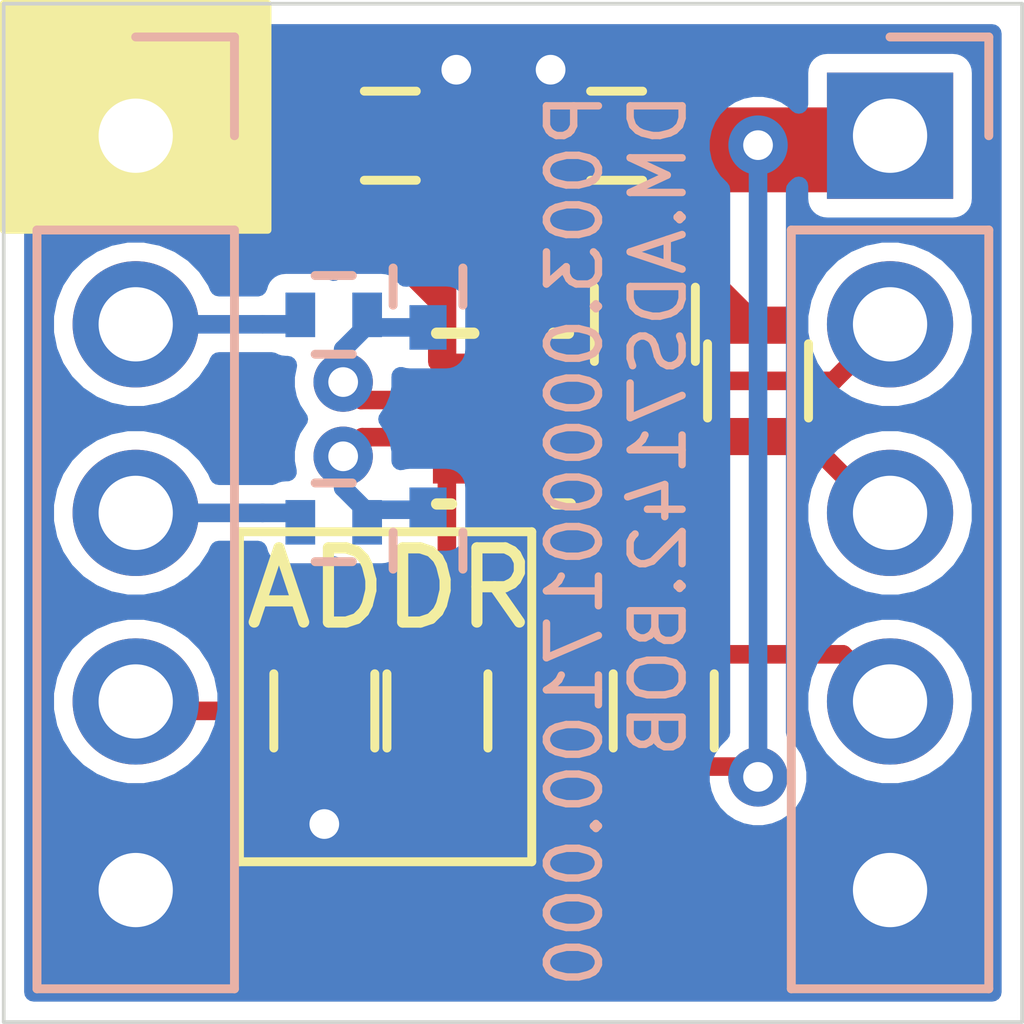
<source format=kicad_pcb>
(kicad_pcb (version 20171130) (host pcbnew "(5.1.6-14-g3ac0951e1-dirty)")

  (general
    (thickness 1.6)
    (drawings 11)
    (tracks 60)
    (zones 0)
    (modules 14)
    (nets 13)
  )

  (page A4)
  (layers
    (0 F.Cu signal)
    (31 B.Cu signal)
    (32 B.Adhes user)
    (33 F.Adhes user)
    (34 B.Paste user)
    (35 F.Paste user)
    (36 B.SilkS user)
    (37 F.SilkS user)
    (38 B.Mask user)
    (39 F.Mask user)
    (40 Dwgs.User user)
    (41 Cmts.User user)
    (42 Eco1.User user)
    (43 Eco2.User user)
    (44 Edge.Cuts user)
    (45 Margin user)
    (46 B.CrtYd user hide)
    (47 F.CrtYd user hide)
    (48 B.Fab user hide)
    (49 F.Fab user hide)
  )

  (setup
    (last_trace_width 0.25)
    (user_trace_width 0.175)
    (user_trace_width 0.2)
    (user_trace_width 0.25)
    (user_trace_width 0.28)
    (user_trace_width 0.35)
    (user_trace_width 0.5)
    (user_trace_width 0.75)
    (user_trace_width 1)
    (trace_clearance 0.2)
    (zone_clearance 0.25)
    (zone_45_only yes)
    (trace_min 0.175)
    (via_size 0.8)
    (via_drill 0.4)
    (via_min_size 0.4)
    (via_min_drill 0.3)
    (user_via 1 0.6)
    (user_via 1.5 1)
    (uvia_size 0.3)
    (uvia_drill 0.1)
    (uvias_allowed no)
    (uvia_min_size 0.2)
    (uvia_min_drill 0.1)
    (edge_width 0.05)
    (segment_width 0.2)
    (pcb_text_width 0.3)
    (pcb_text_size 1.5 1.5)
    (mod_edge_width 0.12)
    (mod_text_size 1 1)
    (mod_text_width 0.15)
    (pad_size 1.524 1.524)
    (pad_drill 0.762)
    (pad_to_mask_clearance 0.05)
    (solder_mask_min_width 0.25)
    (aux_axis_origin 0 0)
    (visible_elements 7FFFFFFF)
    (pcbplotparams
      (layerselection 0x310fc_ffffffff)
      (usegerberextensions false)
      (usegerberattributes false)
      (usegerberadvancedattributes false)
      (creategerberjobfile false)
      (excludeedgelayer true)
      (linewidth 0.100000)
      (plotframeref false)
      (viasonmask false)
      (mode 1)
      (useauxorigin false)
      (hpglpennumber 1)
      (hpglpenspeed 20)
      (hpglpendiameter 15.000000)
      (psnegative false)
      (psa4output false)
      (plotreference true)
      (plotvalue true)
      (plotinvisibletext false)
      (padsonsilk false)
      (subtractmaskfromsilk false)
      (outputformat 1)
      (mirror false)
      (drillshape 0)
      (scaleselection 1)
      (outputdirectory "production"))
  )

  (net 0 "")
  (net 1 GND)
  (net 2 "Net-(C1001-Pad1)")
  (net 3 "Net-(C1002-Pad1)")
  (net 4 VDDA)
  (net 5 VDD)
  (net 6 "Net-(R1006-Pad2)")
  (net 7 /AIN0)
  (net 8 /AIN1)
  (net 9 /~RDY)
  (net 10 /SCL)
  (net 11 /SDA)
  (net 12 /~ALERT)

  (net_class Default "This is the default net class."
    (clearance 0.2)
    (trace_width 0.25)
    (via_dia 0.8)
    (via_drill 0.4)
    (uvia_dia 0.3)
    (uvia_drill 0.1)
    (add_net /AIN0)
    (add_net /AIN1)
    (add_net /SCL)
    (add_net /SDA)
    (add_net /~ALERT)
    (add_net /~RDY)
    (add_net GND)
    (add_net "Net-(C1001-Pad1)")
    (add_net "Net-(C1002-Pad1)")
    (add_net "Net-(R1006-Pad2)")
    (add_net VDD)
    (add_net VDDA)
  )

  (module Resistors_SMD:R_0603 (layer F.Cu) (tedit 58E0A804) (tstamp 606EE9A8)
    (at 134.112 83.82 90)
    (descr "Resistor SMD 0603, reflow soldering, Vishay (see dcrcw.pdf)")
    (tags "resistor 0603")
    (path /607062D6)
    (attr smd)
    (fp_text reference R1005 (at 0 -1.45 90) (layer F.SilkS) hide
      (effects (font (size 1 1) (thickness 0.15)))
    )
    (fp_text value "10k / 1%" (at 0 1.5 90) (layer F.Fab)
      (effects (font (size 1 1) (thickness 0.15)))
    )
    (fp_line (start 1.25 0.7) (end -1.25 0.7) (layer F.CrtYd) (width 0.05))
    (fp_line (start 1.25 0.7) (end 1.25 -0.7) (layer F.CrtYd) (width 0.05))
    (fp_line (start -1.25 -0.7) (end -1.25 0.7) (layer F.CrtYd) (width 0.05))
    (fp_line (start -1.25 -0.7) (end 1.25 -0.7) (layer F.CrtYd) (width 0.05))
    (fp_line (start -0.5 -0.68) (end 0.5 -0.68) (layer F.SilkS) (width 0.12))
    (fp_line (start 0.5 0.68) (end -0.5 0.68) (layer F.SilkS) (width 0.12))
    (fp_line (start -0.8 -0.4) (end 0.8 -0.4) (layer F.Fab) (width 0.1))
    (fp_line (start 0.8 -0.4) (end 0.8 0.4) (layer F.Fab) (width 0.1))
    (fp_line (start 0.8 0.4) (end -0.8 0.4) (layer F.Fab) (width 0.1))
    (fp_line (start -0.8 0.4) (end -0.8 -0.4) (layer F.Fab) (width 0.1))
    (fp_text user %R (at 0 0 90) (layer F.Fab)
      (effects (font (size 0.4 0.4) (thickness 0.075)))
    )
    (pad 1 smd rect (at -0.75 0 90) (size 0.5 0.9) (layers F.Cu F.Paste F.Mask)
      (net 5 VDD))
    (pad 2 smd rect (at 0.75 0 90) (size 0.5 0.9) (layers F.Cu F.Paste F.Mask)
      (net 12 /~ALERT))
    (model ${KISYS3DMOD}/Resistors_SMD.3dshapes/R_0603.wrl
      (at (xyz 0 0 0))
      (scale (xyz 1 1 1))
      (rotate (xyz 0 0 0))
    )
  )

  (module Resistors_SMD:R_0603 (layer F.Cu) (tedit 58E0A804) (tstamp 606EE9A5)
    (at 135.382 79.375 270)
    (descr "Resistor SMD 0603, reflow soldering, Vishay (see dcrcw.pdf)")
    (tags "resistor 0603")
    (path /607058E5)
    (attr smd)
    (fp_text reference R1004 (at 0 -1.45 90) (layer F.SilkS) hide
      (effects (font (size 1 1) (thickness 0.15)))
    )
    (fp_text value "3.3k / 1%" (at 0 1.5 90) (layer F.Fab)
      (effects (font (size 1 1) (thickness 0.15)))
    )
    (fp_line (start 1.25 0.7) (end -1.25 0.7) (layer F.CrtYd) (width 0.05))
    (fp_line (start 1.25 0.7) (end 1.25 -0.7) (layer F.CrtYd) (width 0.05))
    (fp_line (start -1.25 -0.7) (end -1.25 0.7) (layer F.CrtYd) (width 0.05))
    (fp_line (start -1.25 -0.7) (end 1.25 -0.7) (layer F.CrtYd) (width 0.05))
    (fp_line (start -0.5 -0.68) (end 0.5 -0.68) (layer F.SilkS) (width 0.12))
    (fp_line (start 0.5 0.68) (end -0.5 0.68) (layer F.SilkS) (width 0.12))
    (fp_line (start -0.8 -0.4) (end 0.8 -0.4) (layer F.Fab) (width 0.1))
    (fp_line (start 0.8 -0.4) (end 0.8 0.4) (layer F.Fab) (width 0.1))
    (fp_line (start 0.8 0.4) (end -0.8 0.4) (layer F.Fab) (width 0.1))
    (fp_line (start -0.8 0.4) (end -0.8 -0.4) (layer F.Fab) (width 0.1))
    (fp_text user %R (at 0 0 90) (layer F.Fab)
      (effects (font (size 0.4 0.4) (thickness 0.075)))
    )
    (pad 1 smd rect (at -0.75 0 270) (size 0.5 0.9) (layers F.Cu F.Paste F.Mask)
      (net 5 VDD))
    (pad 2 smd rect (at 0.75 0 270) (size 0.5 0.9) (layers F.Cu F.Paste F.Mask)
      (net 11 /SDA))
    (model ${KISYS3DMOD}/Resistors_SMD.3dshapes/R_0603.wrl
      (at (xyz 0 0 0))
      (scale (xyz 1 1 1))
      (rotate (xyz 0 0 0))
    )
  )

  (module Resistors_SMD:R_0603 (layer F.Cu) (tedit 58E0A804) (tstamp 606EE9A2)
    (at 133.858 78.613 270)
    (descr "Resistor SMD 0603, reflow soldering, Vishay (see dcrcw.pdf)")
    (tags "resistor 0603")
    (path /60704E77)
    (attr smd)
    (fp_text reference R1003 (at 0 -1.45 90) (layer F.SilkS) hide
      (effects (font (size 1 1) (thickness 0.15)))
    )
    (fp_text value "3.3k / 1%" (at 0 1.5 90) (layer F.Fab)
      (effects (font (size 1 1) (thickness 0.15)))
    )
    (fp_line (start 1.25 0.7) (end -1.25 0.7) (layer F.CrtYd) (width 0.05))
    (fp_line (start 1.25 0.7) (end 1.25 -0.7) (layer F.CrtYd) (width 0.05))
    (fp_line (start -1.25 -0.7) (end -1.25 0.7) (layer F.CrtYd) (width 0.05))
    (fp_line (start -1.25 -0.7) (end 1.25 -0.7) (layer F.CrtYd) (width 0.05))
    (fp_line (start -0.5 -0.68) (end 0.5 -0.68) (layer F.SilkS) (width 0.12))
    (fp_line (start 0.5 0.68) (end -0.5 0.68) (layer F.SilkS) (width 0.12))
    (fp_line (start -0.8 -0.4) (end 0.8 -0.4) (layer F.Fab) (width 0.1))
    (fp_line (start 0.8 -0.4) (end 0.8 0.4) (layer F.Fab) (width 0.1))
    (fp_line (start 0.8 0.4) (end -0.8 0.4) (layer F.Fab) (width 0.1))
    (fp_line (start -0.8 0.4) (end -0.8 -0.4) (layer F.Fab) (width 0.1))
    (fp_text user %R (at 0 0 90) (layer F.Fab)
      (effects (font (size 0.4 0.4) (thickness 0.075)))
    )
    (pad 1 smd rect (at -0.75 0 270) (size 0.5 0.9) (layers F.Cu F.Paste F.Mask)
      (net 5 VDD))
    (pad 2 smd rect (at 0.75 0 270) (size 0.5 0.9) (layers F.Cu F.Paste F.Mask)
      (net 10 /SCL))
    (model ${KISYS3DMOD}/Resistors_SMD.3dshapes/R_0603.wrl
      (at (xyz 0 0 0))
      (scale (xyz 1 1 1))
      (rotate (xyz 0 0 0))
    )
  )

  (module Resistors_SMD:R_0402 (layer B.Cu) (tedit 58E0A804) (tstamp 606EE99F)
    (at 129.667 81.28)
    (descr "Resistor SMD 0402, reflow soldering, Vishay (see dcrcw.pdf)")
    (tags "resistor 0402")
    (path /6070015B)
    (attr smd)
    (fp_text reference R1002 (at 0 1.35) (layer B.SilkS) hide
      (effects (font (size 1 1) (thickness 0.15)) (justify mirror))
    )
    (fp_text value "1k / 1%" (at 0 -1.45) (layer B.Fab)
      (effects (font (size 1 1) (thickness 0.15)) (justify mirror))
    )
    (fp_line (start 0.8 -0.45) (end -0.8 -0.45) (layer B.CrtYd) (width 0.05))
    (fp_line (start 0.8 -0.45) (end 0.8 0.45) (layer B.CrtYd) (width 0.05))
    (fp_line (start -0.8 0.45) (end -0.8 -0.45) (layer B.CrtYd) (width 0.05))
    (fp_line (start -0.8 0.45) (end 0.8 0.45) (layer B.CrtYd) (width 0.05))
    (fp_line (start -0.25 -0.53) (end 0.25 -0.53) (layer B.SilkS) (width 0.12))
    (fp_line (start 0.25 0.53) (end -0.25 0.53) (layer B.SilkS) (width 0.12))
    (fp_line (start -0.5 0.25) (end 0.5 0.25) (layer B.Fab) (width 0.1))
    (fp_line (start 0.5 0.25) (end 0.5 -0.25) (layer B.Fab) (width 0.1))
    (fp_line (start 0.5 -0.25) (end -0.5 -0.25) (layer B.Fab) (width 0.1))
    (fp_line (start -0.5 -0.25) (end -0.5 0.25) (layer B.Fab) (width 0.1))
    (fp_text user %R (at 0 1.35) (layer B.Fab)
      (effects (font (size 1 1) (thickness 0.15)) (justify mirror))
    )
    (pad 1 smd rect (at -0.45 0) (size 0.4 0.6) (layers B.Cu B.Paste B.Mask)
      (net 8 /AIN1))
    (pad 2 smd rect (at 0.45 0) (size 0.4 0.6) (layers B.Cu B.Paste B.Mask)
      (net 3 "Net-(C1002-Pad1)"))
    (model ${KISYS3DMOD}/Resistors_SMD.3dshapes/R_0402.wrl
      (at (xyz 0 0 0))
      (scale (xyz 1 1 1))
      (rotate (xyz 0 0 0))
    )
  )

  (module Resistors_SMD:R_0402 (layer B.Cu) (tedit 58E0A804) (tstamp 606EF374)
    (at 129.667 78.486)
    (descr "Resistor SMD 0402, reflow soldering, Vishay (see dcrcw.pdf)")
    (tags "resistor 0402")
    (path /606F21D7)
    (attr smd)
    (fp_text reference R1001 (at 0 1.35) (layer B.SilkS) hide
      (effects (font (size 1 1) (thickness 0.15)) (justify mirror))
    )
    (fp_text value "1k / 1%" (at 0 -1.45) (layer B.Fab)
      (effects (font (size 1 1) (thickness 0.15)) (justify mirror))
    )
    (fp_line (start 0.8 -0.45) (end -0.8 -0.45) (layer B.CrtYd) (width 0.05))
    (fp_line (start 0.8 -0.45) (end 0.8 0.45) (layer B.CrtYd) (width 0.05))
    (fp_line (start -0.8 0.45) (end -0.8 -0.45) (layer B.CrtYd) (width 0.05))
    (fp_line (start -0.8 0.45) (end 0.8 0.45) (layer B.CrtYd) (width 0.05))
    (fp_line (start -0.25 -0.53) (end 0.25 -0.53) (layer B.SilkS) (width 0.12))
    (fp_line (start 0.25 0.53) (end -0.25 0.53) (layer B.SilkS) (width 0.12))
    (fp_line (start -0.5 0.25) (end 0.5 0.25) (layer B.Fab) (width 0.1))
    (fp_line (start 0.5 0.25) (end 0.5 -0.25) (layer B.Fab) (width 0.1))
    (fp_line (start 0.5 -0.25) (end -0.5 -0.25) (layer B.Fab) (width 0.1))
    (fp_line (start -0.5 -0.25) (end -0.5 0.25) (layer B.Fab) (width 0.1))
    (fp_text user %R (at 0 1.35) (layer B.Fab)
      (effects (font (size 1 1) (thickness 0.15)) (justify mirror))
    )
    (pad 1 smd rect (at -0.45 0) (size 0.4 0.6) (layers B.Cu B.Paste B.Mask)
      (net 7 /AIN0))
    (pad 2 smd rect (at 0.45 0) (size 0.4 0.6) (layers B.Cu B.Paste B.Mask)
      (net 2 "Net-(C1001-Pad1)"))
    (model ${KISYS3DMOD}/Resistors_SMD.3dshapes/R_0402.wrl
      (at (xyz 0 0 0))
      (scale (xyz 1 1 1))
      (rotate (xyz 0 0 0))
    )
  )

  (module Capacitors_SMD:C_0402 locked (layer B.Cu) (tedit 58AA841A) (tstamp 606EE98D)
    (at 130.937 81.661 270)
    (descr "Capacitor SMD 0402, reflow soldering, AVX (see smccp.pdf)")
    (tags "capacitor 0402")
    (path /60701819)
    (attr smd)
    (fp_text reference C1002 (at 0 1.27 90) (layer B.SilkS) hide
      (effects (font (size 1 1) (thickness 0.15)) (justify mirror))
    )
    (fp_text value "470p / X7R / 16V" (at 0 -1.27 90) (layer B.Fab)
      (effects (font (size 1 1) (thickness 0.15)) (justify mirror))
    )
    (fp_line (start 1 -0.4) (end -1 -0.4) (layer B.CrtYd) (width 0.05))
    (fp_line (start 1 -0.4) (end 1 0.4) (layer B.CrtYd) (width 0.05))
    (fp_line (start -1 0.4) (end -1 -0.4) (layer B.CrtYd) (width 0.05))
    (fp_line (start -1 0.4) (end 1 0.4) (layer B.CrtYd) (width 0.05))
    (fp_line (start -0.25 -0.47) (end 0.25 -0.47) (layer B.SilkS) (width 0.12))
    (fp_line (start 0.25 0.47) (end -0.25 0.47) (layer B.SilkS) (width 0.12))
    (fp_line (start -0.5 0.25) (end 0.5 0.25) (layer B.Fab) (width 0.1))
    (fp_line (start 0.5 0.25) (end 0.5 -0.25) (layer B.Fab) (width 0.1))
    (fp_line (start 0.5 -0.25) (end -0.5 -0.25) (layer B.Fab) (width 0.1))
    (fp_line (start -0.5 -0.25) (end -0.5 0.25) (layer B.Fab) (width 0.1))
    (fp_text user %R (at 0 1.27 90) (layer B.Fab)
      (effects (font (size 1 1) (thickness 0.15)) (justify mirror))
    )
    (pad 1 smd rect (at -0.55 0 270) (size 0.6 0.5) (layers B.Cu B.Paste B.Mask)
      (net 3 "Net-(C1002-Pad1)"))
    (pad 2 smd rect (at 0.55 0 270) (size 0.6 0.5) (layers B.Cu B.Paste B.Mask)
      (net 1 GND))
    (model Capacitors_SMD.3dshapes/C_0402.wrl
      (at (xyz 0 0 0))
      (scale (xyz 1 1 1))
      (rotate (xyz 0 0 0))
    )
  )

  (module Capacitors_SMD:C_0402 (layer B.Cu) (tedit 58AA841A) (tstamp 606EE98A)
    (at 130.937 78.105 90)
    (descr "Capacitor SMD 0402, reflow soldering, AVX (see smccp.pdf)")
    (tags "capacitor 0402")
    (path /606FB2E2)
    (attr smd)
    (fp_text reference C1001 (at 0 1.27 90) (layer B.SilkS) hide
      (effects (font (size 1 1) (thickness 0.15)) (justify mirror))
    )
    (fp_text value "470p / X7R / 16V" (at 0 -1.27 90) (layer B.Fab)
      (effects (font (size 1 1) (thickness 0.15)) (justify mirror))
    )
    (fp_line (start 1 -0.4) (end -1 -0.4) (layer B.CrtYd) (width 0.05))
    (fp_line (start 1 -0.4) (end 1 0.4) (layer B.CrtYd) (width 0.05))
    (fp_line (start -1 0.4) (end -1 -0.4) (layer B.CrtYd) (width 0.05))
    (fp_line (start -1 0.4) (end 1 0.4) (layer B.CrtYd) (width 0.05))
    (fp_line (start -0.25 -0.47) (end 0.25 -0.47) (layer B.SilkS) (width 0.12))
    (fp_line (start 0.25 0.47) (end -0.25 0.47) (layer B.SilkS) (width 0.12))
    (fp_line (start -0.5 0.25) (end 0.5 0.25) (layer B.Fab) (width 0.1))
    (fp_line (start 0.5 0.25) (end 0.5 -0.25) (layer B.Fab) (width 0.1))
    (fp_line (start 0.5 -0.25) (end -0.5 -0.25) (layer B.Fab) (width 0.1))
    (fp_line (start -0.5 -0.25) (end -0.5 0.25) (layer B.Fab) (width 0.1))
    (fp_text user %R (at 0 1.27 90) (layer B.Fab)
      (effects (font (size 1 1) (thickness 0.15)) (justify mirror))
    )
    (pad 1 smd rect (at -0.55 0 90) (size 0.6 0.5) (layers B.Cu B.Paste B.Mask)
      (net 2 "Net-(C1001-Pad1)"))
    (pad 2 smd rect (at 0.55 0 90) (size 0.6 0.5) (layers B.Cu B.Paste B.Mask)
      (net 1 GND))
    (model Capacitors_SMD.3dshapes/C_0402.wrl
      (at (xyz 0 0 0))
      (scale (xyz 1 1 1))
      (rotate (xyz 0 0 0))
    )
  )

  (module qfn:Texas_RUG0010A_X2QFN-10_1.5x2mm_Pitch0.5mm (layer F.Cu) (tedit 606ED126) (tstamp 606EE9C9)
    (at 131.953 79.883)
    (path /606EF69B)
    (fp_text reference U1001 (at 0 -1.95) (layer F.SilkS) hide
      (effects (font (size 1 1) (thickness 0.15)))
    )
    (fp_text value ADS7142 (at 0.025 2.05) (layer F.Fab)
      (effects (font (size 1 1) (thickness 0.15)))
    )
    (fp_line (start 0.675 -1.15) (end 0.875 -1.15) (layer F.SilkS) (width 0.1524))
    (fp_circle (center -0.499999 -0.700001) (end -0.349999 -0.700001) (layer F.Fab) (width 0.1524))
    (fp_line (start -0.900001 -1.15) (end -0.399999 -1.15) (layer F.SilkS) (width 0.1524))
    (fp_line (start 0.700001 1.15) (end 0.900001 1.15) (layer F.SilkS) (width 0.1524))
    (fp_line (start -0.900001 1.15) (end -0.700001 1.15) (layer F.SilkS) (width 0.1524))
    (fp_line (start -0.775 -1.025002) (end 0.775 -1.025002) (layer F.Fab) (width 0.1524))
    (fp_line (start -0.775 1.025002) (end -0.775 -1.025002) (layer F.Fab) (width 0.1524))
    (fp_line (start -0.775 1.025002) (end 0.775 1.025002) (layer F.Fab) (width 0.1524))
    (fp_line (start 0.775 1.025002) (end 0.775 -1.025002) (layer F.Fab) (width 0.1524))
    (fp_line (start -0.975 -1.25) (end 1 -1.25) (layer F.CrtYd) (width 0.05))
    (fp_line (start 1 -1.25) (end 1 1.225) (layer F.CrtYd) (width 0.05))
    (fp_line (start 1 1.225) (end -1 1.225) (layer F.CrtYd) (width 0.05))
    (fp_line (start -1 1.225) (end -1 -1.25) (layer F.CrtYd) (width 0.05))
    (pad 1 smd rect (at -0.675 -0.750001 90) (size 0.249999 0.549999) (layers F.Cu F.Paste F.Mask)
      (net 4 VDDA))
    (pad 2 smd rect (at -0.675 -0.25 90) (size 0.2 0.549999) (layers F.Cu F.Paste F.Mask)
      (net 2 "Net-(C1001-Pad1)"))
    (pad 3 smd rect (at -0.675 0.25 90) (size 0.2 0.549999) (layers F.Cu F.Paste F.Mask)
      (net 3 "Net-(C1002-Pad1)"))
    (pad 4 smd rect (at -0.675 0.750001 90) (size 0.249999 0.549999) (layers F.Cu F.Paste F.Mask)
      (net 6 "Net-(R1006-Pad2)"))
    (pad 5 smd rect (at 0 0.9125 90) (size 0.575 0.299999) (layers F.Cu F.Paste F.Mask)
      (net 9 /~RDY))
    (pad 6 smd rect (at 0.675 0.750001 90) (size 0.249999 0.549999) (layers F.Cu F.Paste F.Mask)
      (net 12 /~ALERT))
    (pad 7 smd rect (at 0.675 0.25 90) (size 0.2 0.549999) (layers F.Cu F.Paste F.Mask)
      (net 11 /SDA))
    (pad 8 smd rect (at 0.675 -0.25 90) (size 0.2 0.549999) (layers F.Cu F.Paste F.Mask)
      (net 10 /SCL))
    (pad 9 smd rect (at 0.675 -0.750001 90) (size 0.249999 0.549999) (layers F.Cu F.Paste F.Mask)
      (net 5 VDD))
    (pad 10 smd rect (at 0 -0.9125 90) (size 0.575 0.299999) (layers F.Cu F.Paste F.Mask)
      (net 1 GND))
    (model ${KILOCAL3DMOD}/RUG0010A.stp
      (at (xyz 0 0 0))
      (scale (xyz 1 1 1))
      (rotate (xyz 0 0 0))
    )
  )

  (module Resistors_SMD:R_0603 (layer F.Cu) (tedit 58E0A804) (tstamp 606EE9AE)
    (at 129.54 83.82 270)
    (descr "Resistor SMD 0603, reflow soldering, Vishay (see dcrcw.pdf)")
    (tags "resistor 0603")
    (path /60707966)
    (attr smd)
    (fp_text reference R1007 (at 0 -1.45 90) (layer F.SilkS) hide
      (effects (font (size 1 1) (thickness 0.15)))
    )
    (fp_text value DNP (at 0 1.5 90) (layer F.Fab)
      (effects (font (size 1 1) (thickness 0.15)))
    )
    (fp_line (start 1.25 0.7) (end -1.25 0.7) (layer F.CrtYd) (width 0.05))
    (fp_line (start 1.25 0.7) (end 1.25 -0.7) (layer F.CrtYd) (width 0.05))
    (fp_line (start -1.25 -0.7) (end -1.25 0.7) (layer F.CrtYd) (width 0.05))
    (fp_line (start -1.25 -0.7) (end 1.25 -0.7) (layer F.CrtYd) (width 0.05))
    (fp_line (start -0.5 -0.68) (end 0.5 -0.68) (layer F.SilkS) (width 0.12))
    (fp_line (start 0.5 0.68) (end -0.5 0.68) (layer F.SilkS) (width 0.12))
    (fp_line (start -0.8 -0.4) (end 0.8 -0.4) (layer F.Fab) (width 0.1))
    (fp_line (start 0.8 -0.4) (end 0.8 0.4) (layer F.Fab) (width 0.1))
    (fp_line (start 0.8 0.4) (end -0.8 0.4) (layer F.Fab) (width 0.1))
    (fp_line (start -0.8 0.4) (end -0.8 -0.4) (layer F.Fab) (width 0.1))
    (fp_text user %R (at 0 0 90) (layer F.Fab)
      (effects (font (size 0.4 0.4) (thickness 0.075)))
    )
    (pad 1 smd rect (at -0.75 0 270) (size 0.5 0.9) (layers F.Cu F.Paste F.Mask)
      (net 6 "Net-(R1006-Pad2)"))
    (pad 2 smd rect (at 0.75 0 270) (size 0.5 0.9) (layers F.Cu F.Paste F.Mask)
      (net 1 GND))
    (model ${KISYS3DMOD}/Resistors_SMD.3dshapes/R_0603.wrl
      (at (xyz 0 0 0))
      (scale (xyz 1 1 1))
      (rotate (xyz 0 0 0))
    )
  )

  (module Resistors_SMD:R_0603 (layer F.Cu) (tedit 58E0A804) (tstamp 606EE9AB)
    (at 131.064 83.82 90)
    (descr "Resistor SMD 0603, reflow soldering, Vishay (see dcrcw.pdf)")
    (tags "resistor 0603")
    (path /6070738D)
    (attr smd)
    (fp_text reference R1006 (at 0 -1.45 90) (layer F.SilkS) hide
      (effects (font (size 1 1) (thickness 0.15)))
    )
    (fp_text value DNP (at 0 1.5 90) (layer F.Fab)
      (effects (font (size 1 1) (thickness 0.15)))
    )
    (fp_line (start 1.25 0.7) (end -1.25 0.7) (layer F.CrtYd) (width 0.05))
    (fp_line (start 1.25 0.7) (end 1.25 -0.7) (layer F.CrtYd) (width 0.05))
    (fp_line (start -1.25 -0.7) (end -1.25 0.7) (layer F.CrtYd) (width 0.05))
    (fp_line (start -1.25 -0.7) (end 1.25 -0.7) (layer F.CrtYd) (width 0.05))
    (fp_line (start -0.5 -0.68) (end 0.5 -0.68) (layer F.SilkS) (width 0.12))
    (fp_line (start 0.5 0.68) (end -0.5 0.68) (layer F.SilkS) (width 0.12))
    (fp_line (start -0.8 -0.4) (end 0.8 -0.4) (layer F.Fab) (width 0.1))
    (fp_line (start 0.8 -0.4) (end 0.8 0.4) (layer F.Fab) (width 0.1))
    (fp_line (start 0.8 0.4) (end -0.8 0.4) (layer F.Fab) (width 0.1))
    (fp_line (start -0.8 0.4) (end -0.8 -0.4) (layer F.Fab) (width 0.1))
    (fp_text user %R (at 0 0 90) (layer F.Fab)
      (effects (font (size 0.4 0.4) (thickness 0.075)))
    )
    (pad 1 smd rect (at -0.75 0 90) (size 0.5 0.9) (layers F.Cu F.Paste F.Mask)
      (net 5 VDD))
    (pad 2 smd rect (at 0.75 0 90) (size 0.5 0.9) (layers F.Cu F.Paste F.Mask)
      (net 6 "Net-(R1006-Pad2)"))
    (model ${KISYS3DMOD}/Resistors_SMD.3dshapes/R_0603.wrl
      (at (xyz 0 0 0))
      (scale (xyz 1 1 1))
      (rotate (xyz 0 0 0))
    )
  )

  (module Pin_Headers:Pin_Header_Straight_1x05_Pitch2.54mm (layer B.Cu) (tedit 59650532) (tstamp 606EE999)
    (at 137.16 76.073 180)
    (descr "Through hole straight pin header, 1x05, 2.54mm pitch, single row")
    (tags "Through hole pin header THT 1x05 2.54mm single row")
    (path /6073834C)
    (fp_text reference J1002 (at 0 2.33) (layer B.SilkS) hide
      (effects (font (size 1 1) (thickness 0.15)) (justify mirror))
    )
    (fp_text value Conn_01x05_Male (at 0 -12.49) (layer B.Fab)
      (effects (font (size 1 1) (thickness 0.15)) (justify mirror))
    )
    (fp_line (start 1.8 1.8) (end -1.8 1.8) (layer B.CrtYd) (width 0.05))
    (fp_line (start 1.8 -11.95) (end 1.8 1.8) (layer B.CrtYd) (width 0.05))
    (fp_line (start -1.8 -11.95) (end 1.8 -11.95) (layer B.CrtYd) (width 0.05))
    (fp_line (start -1.8 1.8) (end -1.8 -11.95) (layer B.CrtYd) (width 0.05))
    (fp_line (start -1.33 1.33) (end 0 1.33) (layer B.SilkS) (width 0.12))
    (fp_line (start -1.33 0) (end -1.33 1.33) (layer B.SilkS) (width 0.12))
    (fp_line (start -1.33 -1.27) (end 1.33 -1.27) (layer B.SilkS) (width 0.12))
    (fp_line (start 1.33 -1.27) (end 1.33 -11.49) (layer B.SilkS) (width 0.12))
    (fp_line (start -1.33 -1.27) (end -1.33 -11.49) (layer B.SilkS) (width 0.12))
    (fp_line (start -1.33 -11.49) (end 1.33 -11.49) (layer B.SilkS) (width 0.12))
    (fp_line (start -1.27 0.635) (end -0.635 1.27) (layer B.Fab) (width 0.1))
    (fp_line (start -1.27 -11.43) (end -1.27 0.635) (layer B.Fab) (width 0.1))
    (fp_line (start 1.27 -11.43) (end -1.27 -11.43) (layer B.Fab) (width 0.1))
    (fp_line (start 1.27 1.27) (end 1.27 -11.43) (layer B.Fab) (width 0.1))
    (fp_line (start -0.635 1.27) (end 1.27 1.27) (layer B.Fab) (width 0.1))
    (fp_text user %R (at 0 -5.08 270) (layer B.Fab)
      (effects (font (size 1 1) (thickness 0.15)) (justify mirror))
    )
    (pad 1 thru_hole rect (at 0 0 180) (size 1.7 1.7) (drill 1) (layers *.Cu *.Mask)
      (net 5 VDD))
    (pad 2 thru_hole oval (at 0 -2.54 180) (size 1.7 1.7) (drill 1) (layers *.Cu *.Mask)
      (net 10 /SCL))
    (pad 3 thru_hole oval (at 0 -5.08 180) (size 1.7 1.7) (drill 1) (layers *.Cu *.Mask)
      (net 11 /SDA))
    (pad 4 thru_hole oval (at 0 -7.62 180) (size 1.7 1.7) (drill 1) (layers *.Cu *.Mask)
      (net 12 /~ALERT))
    (pad 5 thru_hole oval (at 0 -10.16 180) (size 1.7 1.7) (drill 1) (layers *.Cu *.Mask)
      (net 1 GND))
    (model ${KISYS3DMOD}/Pin_Headers.3dshapes/Pin_Header_Straight_1x05_Pitch2.54mm.wrl
      (offset (xyz 0 -5 0))
      (scale (xyz 1 1 1))
      (rotate (xyz 0 0 90))
    )
  )

  (module Pin_Headers:Pin_Header_Straight_1x05_Pitch2.54mm (layer B.Cu) (tedit 59650532) (tstamp 606EEBD7)
    (at 127 76.073 180)
    (descr "Through hole straight pin header, 1x05, 2.54mm pitch, single row")
    (tags "Through hole pin header THT 1x05 2.54mm single row")
    (path /606EFC17)
    (fp_text reference J1001 (at 0 2.33) (layer B.SilkS) hide
      (effects (font (size 1 1) (thickness 0.15)) (justify mirror))
    )
    (fp_text value Conn_01x05_Male (at 0 -12.49) (layer B.Fab)
      (effects (font (size 1 1) (thickness 0.15)) (justify mirror))
    )
    (fp_line (start 1.8 1.8) (end -1.8 1.8) (layer B.CrtYd) (width 0.05))
    (fp_line (start 1.8 -11.95) (end 1.8 1.8) (layer B.CrtYd) (width 0.05))
    (fp_line (start -1.8 -11.95) (end 1.8 -11.95) (layer B.CrtYd) (width 0.05))
    (fp_line (start -1.8 1.8) (end -1.8 -11.95) (layer B.CrtYd) (width 0.05))
    (fp_line (start -1.33 1.33) (end 0 1.33) (layer B.SilkS) (width 0.12))
    (fp_line (start -1.33 0) (end -1.33 1.33) (layer B.SilkS) (width 0.12))
    (fp_line (start -1.33 -1.27) (end 1.33 -1.27) (layer B.SilkS) (width 0.12))
    (fp_line (start 1.33 -1.27) (end 1.33 -11.49) (layer B.SilkS) (width 0.12))
    (fp_line (start -1.33 -1.27) (end -1.33 -11.49) (layer B.SilkS) (width 0.12))
    (fp_line (start -1.33 -11.49) (end 1.33 -11.49) (layer B.SilkS) (width 0.12))
    (fp_line (start -1.27 0.635) (end -0.635 1.27) (layer B.Fab) (width 0.1))
    (fp_line (start -1.27 -11.43) (end -1.27 0.635) (layer B.Fab) (width 0.1))
    (fp_line (start 1.27 -11.43) (end -1.27 -11.43) (layer B.Fab) (width 0.1))
    (fp_line (start 1.27 1.27) (end 1.27 -11.43) (layer B.Fab) (width 0.1))
    (fp_line (start -0.635 1.27) (end 1.27 1.27) (layer B.Fab) (width 0.1))
    (fp_text user %R (at 0 -5.08 270) (layer B.Fab)
      (effects (font (size 1 1) (thickness 0.15)) (justify mirror))
    )
    (pad 1 thru_hole rect (at 0 0 180) (size 1.7 1.7) (drill 1) (layers *.Cu *.Mask)
      (net 4 VDDA))
    (pad 2 thru_hole oval (at 0 -2.54 180) (size 1.7 1.7) (drill 1) (layers *.Cu *.Mask)
      (net 7 /AIN0))
    (pad 3 thru_hole oval (at 0 -5.08 180) (size 1.7 1.7) (drill 1) (layers *.Cu *.Mask)
      (net 8 /AIN1))
    (pad 4 thru_hole oval (at 0 -7.62 180) (size 1.7 1.7) (drill 1) (layers *.Cu *.Mask)
      (net 9 /~RDY))
    (pad 5 thru_hole oval (at 0 -10.16 180) (size 1.7 1.7) (drill 1) (layers *.Cu *.Mask)
      (net 1 GND))
    (model ${KISYS3DMOD}/Pin_Headers.3dshapes/Pin_Header_Straight_1x05_Pitch2.54mm.wrl
      (offset (xyz 0 -5 0))
      (scale (xyz 1 1 1))
      (rotate (xyz 0 0 90))
    )
  )

  (module Capacitors_SMD:C_0603 (layer F.Cu) (tedit 59958EE7) (tstamp 606EE993)
    (at 133.477 76.073 180)
    (descr "Capacitor SMD 0603, reflow soldering, AVX (see smccp.pdf)")
    (tags "capacitor 0603")
    (path /6072D6C8)
    (attr smd)
    (fp_text reference C1004 (at 0 -1.5) (layer F.SilkS) hide
      (effects (font (size 1 1) (thickness 0.15)))
    )
    (fp_text value "1u / X7R / 16V" (at 0 1.5) (layer F.Fab)
      (effects (font (size 1 1) (thickness 0.15)))
    )
    (fp_line (start -0.8 0.4) (end -0.8 -0.4) (layer F.Fab) (width 0.1))
    (fp_line (start 0.8 0.4) (end -0.8 0.4) (layer F.Fab) (width 0.1))
    (fp_line (start 0.8 -0.4) (end 0.8 0.4) (layer F.Fab) (width 0.1))
    (fp_line (start -0.8 -0.4) (end 0.8 -0.4) (layer F.Fab) (width 0.1))
    (fp_line (start -0.35 -0.6) (end 0.35 -0.6) (layer F.SilkS) (width 0.12))
    (fp_line (start 0.35 0.6) (end -0.35 0.6) (layer F.SilkS) (width 0.12))
    (fp_line (start -1.4 -0.65) (end 1.4 -0.65) (layer F.CrtYd) (width 0.05))
    (fp_line (start -1.4 -0.65) (end -1.4 0.65) (layer F.CrtYd) (width 0.05))
    (fp_line (start 1.4 0.65) (end 1.4 -0.65) (layer F.CrtYd) (width 0.05))
    (fp_line (start 1.4 0.65) (end -1.4 0.65) (layer F.CrtYd) (width 0.05))
    (fp_text user %R (at 0 0) (layer F.Fab)
      (effects (font (size 0.3 0.3) (thickness 0.075)))
    )
    (pad 2 smd rect (at 0.75 0 180) (size 0.8 0.75) (layers F.Cu F.Paste F.Mask)
      (net 1 GND))
    (pad 1 smd rect (at -0.75 0 180) (size 0.8 0.75) (layers F.Cu F.Paste F.Mask)
      (net 5 VDD))
    (model Capacitors_SMD.3dshapes/C_0603.wrl
      (at (xyz 0 0 0))
      (scale (xyz 1 1 1))
      (rotate (xyz 0 0 0))
    )
  )

  (module Capacitors_SMD:C_0603 (layer F.Cu) (tedit 59958EE7) (tstamp 606EE990)
    (at 130.429 76.073)
    (descr "Capacitor SMD 0603, reflow soldering, AVX (see smccp.pdf)")
    (tags "capacitor 0603")
    (path /6072C376)
    (attr smd)
    (fp_text reference C1003 (at 0 -1.5) (layer F.SilkS) hide
      (effects (font (size 1 1) (thickness 0.15)))
    )
    (fp_text value "1u / X7R / 16V" (at 0 1.5) (layer F.Fab)
      (effects (font (size 1 1) (thickness 0.15)))
    )
    (fp_line (start -0.8 0.4) (end -0.8 -0.4) (layer F.Fab) (width 0.1))
    (fp_line (start 0.8 0.4) (end -0.8 0.4) (layer F.Fab) (width 0.1))
    (fp_line (start 0.8 -0.4) (end 0.8 0.4) (layer F.Fab) (width 0.1))
    (fp_line (start -0.8 -0.4) (end 0.8 -0.4) (layer F.Fab) (width 0.1))
    (fp_line (start -0.35 -0.6) (end 0.35 -0.6) (layer F.SilkS) (width 0.12))
    (fp_line (start 0.35 0.6) (end -0.35 0.6) (layer F.SilkS) (width 0.12))
    (fp_line (start -1.4 -0.65) (end 1.4 -0.65) (layer F.CrtYd) (width 0.05))
    (fp_line (start -1.4 -0.65) (end -1.4 0.65) (layer F.CrtYd) (width 0.05))
    (fp_line (start 1.4 0.65) (end 1.4 -0.65) (layer F.CrtYd) (width 0.05))
    (fp_line (start 1.4 0.65) (end -1.4 0.65) (layer F.CrtYd) (width 0.05))
    (fp_text user %R (at 0 0) (layer F.Fab)
      (effects (font (size 0.3 0.3) (thickness 0.075)))
    )
    (pad 2 smd rect (at 0.75 0) (size 0.8 0.75) (layers F.Cu F.Paste F.Mask)
      (net 1 GND))
    (pad 1 smd rect (at -0.75 0) (size 0.8 0.75) (layers F.Cu F.Paste F.Mask)
      (net 4 VDDA))
    (model Capacitors_SMD.3dshapes/C_0603.wrl
      (at (xyz 0 0 0))
      (scale (xyz 1 1 1))
      (rotate (xyz 0 0 0))
    )
  )

  (gr_text ADDR (at 130.429 82.169) (layer F.SilkS)
    (effects (font (size 1 1) (thickness 0.15)))
  )
  (gr_line (start 128.397 85.852) (end 128.397 81.407) (layer F.SilkS) (width 0.12) (tstamp 606F2B37))
  (gr_line (start 132.334 85.852) (end 128.397 85.852) (layer F.SilkS) (width 0.12))
  (gr_line (start 132.334 81.407) (end 132.334 85.852) (layer F.SilkS) (width 0.12))
  (gr_line (start 128.397 81.407) (end 132.334 81.407) (layer F.SilkS) (width 0.12))
  (gr_text "P003.0000017100.000\nDM.ADS7142.BOB\n" (at 133.477 75.438 90) (layer B.SilkS)
    (effects (font (size 0.7 0.7) (thickness 0.1)) (justify left mirror))
  )
  (gr_poly (pts (xy 128.778 77.343) (xy 125.222 77.343) (xy 125.222 74.295) (xy 128.778 74.295)) (layer F.SilkS) (width 0.1))
  (gr_line (start 125.222 88.011) (end 125.222 74.295) (layer Edge.Cuts) (width 0.05) (tstamp 606EF42C))
  (gr_line (start 138.938 88.011) (end 125.222 88.011) (layer Edge.Cuts) (width 0.05))
  (gr_line (start 138.938 74.295) (end 138.938 88.011) (layer Edge.Cuts) (width 0.05))
  (gr_line (start 125.222 74.295) (end 138.938 74.295) (layer Edge.Cuts) (width 0.05))

  (segment (start 131.953 76.708) (end 132.588 76.073) (width 0.25) (layer F.Cu) (net 1))
  (via (at 131.318 75.184) (size 0.8) (drill 0.4) (layers F.Cu B.Cu) (net 1))
  (via (at 132.588 75.184) (size 0.8) (drill 0.4) (layers F.Cu B.Cu) (net 1))
  (segment (start 129.54 84.57) (end 129.54 85.217) (width 0.25) (layer F.Cu) (net 1))
  (via (at 129.54 85.344) (size 0.8) (drill 0.4) (layers F.Cu B.Cu) (net 1))
  (segment (start 129.54 85.217) (end 129.54 85.344) (width 0.25) (layer F.Cu) (net 1))
  (segment (start 131.953 78.9705) (end 131.953 76.708) (width 0.35) (layer F.Cu) (net 1))
  (via (at 129.794 79.390997) (size 0.8) (drill 0.4) (layers F.Cu B.Cu) (net 2))
  (segment (start 130.036003 79.633) (end 129.794 79.390997) (width 0.25) (layer F.Cu) (net 2))
  (segment (start 131.278 79.633) (end 130.036003 79.633) (width 0.25) (layer F.Cu) (net 2))
  (segment (start 130.937 78.655) (end 130.09 78.655) (width 0.25) (layer B.Cu) (net 2))
  (segment (start 129.794 78.951) (end 129.794 79.390997) (width 0.25) (layer B.Cu) (net 2))
  (segment (start 130.09 78.655) (end 129.794 78.951) (width 0.25) (layer B.Cu) (net 2))
  (via (at 129.794 80.391) (size 0.8) (drill 0.4) (layers F.Cu B.Cu) (net 3))
  (segment (start 130.052 80.133) (end 129.794 80.391) (width 0.25) (layer F.Cu) (net 3))
  (segment (start 131.278 80.133) (end 130.052 80.133) (width 0.25) (layer F.Cu) (net 3))
  (segment (start 130.937 81.111) (end 130.09 81.111) (width 0.25) (layer B.Cu) (net 3))
  (segment (start 129.794 80.815) (end 129.794 80.391) (width 0.25) (layer B.Cu) (net 3))
  (segment (start 130.09 81.111) (end 129.794 80.815) (width 0.25) (layer B.Cu) (net 3))
  (segment (start 129.806 76.073) (end 127 76.073) (width 0.25) (layer F.Cu) (net 4))
  (via (at 135.382 84.709) (size 0.8) (drill 0.4) (layers F.Cu B.Cu) (net 5))
  (segment (start 135.382 84.709) (end 135.382 76.2) (width 0.25) (layer B.Cu) (net 5))
  (via (at 135.382 76.2) (size 0.8) (drill 0.4) (layers F.Cu B.Cu) (net 5))
  (segment (start 135.382 78.625) (end 134.608 77.851) (width 0.25) (layer F.Cu) (net 5))
  (segment (start 134.608 77.851) (end 133.731 77.851) (width 0.25) (layer F.Cu) (net 5))
  (segment (start 135.255 76.073) (end 135.382 76.2) (width 0.25) (layer F.Cu) (net 5))
  (segment (start 134.1 76.073) (end 135.255 76.073) (width 0.25) (layer F.Cu) (net 5))
  (segment (start 133.858 77.863) (end 132.981 77.863) (width 0.25) (layer F.Cu) (net 5))
  (segment (start 131.064 84.57) (end 134.251 84.57) (width 0.25) (layer F.Cu) (net 5))
  (segment (start 135.243 84.57) (end 135.382 84.709) (width 0.25) (layer F.Cu) (net 5))
  (segment (start 134.112 84.57) (end 135.243 84.57) (width 0.25) (layer F.Cu) (net 5))
  (segment (start 129.54 83.07) (end 131.052 83.07) (width 0.25) (layer F.Cu) (net 6))
  (segment (start 131.052 83.07) (end 131.064 83.058) (width 0.25) (layer F.Cu) (net 6))
  (segment (start 131.064 83.058) (end 131.191 82.931) (width 0.25) (layer F.Cu) (net 6))
  (segment (start 131.191 82.931) (end 131.191 80.645) (width 0.25) (layer F.Cu) (net 6))
  (segment (start 128.709 78.613) (end 127 78.613) (width 0.25) (layer B.Cu) (net 7))
  (segment (start 128.709 78.613) (end 129.159 78.613) (width 0.25) (layer B.Cu) (net 7))
  (segment (start 128.709 81.153) (end 127 81.153) (width 0.25) (layer B.Cu) (net 8))
  (segment (start 128.709 81.153) (end 129.159 81.153) (width 0.25) (layer B.Cu) (net 8))
  (segment (start 131.953 80.7955) (end 131.953 82.804) (width 0.25) (layer F.Cu) (net 9))
  (segment (start 131.953 82.804) (end 131.953 83.439) (width 0.25) (layer F.Cu) (net 9))
  (segment (start 131.953 83.439) (end 131.572 83.82) (width 0.25) (layer F.Cu) (net 9))
  (segment (start 131.572 83.82) (end 127 83.82) (width 0.25) (layer F.Cu) (net 9))
  (segment (start 132.628 79.633) (end 133.6 79.633) (width 0.25) (layer F.Cu) (net 10))
  (segment (start 133.6 79.633) (end 133.858 79.375) (width 0.25) (layer F.Cu) (net 10))
  (segment (start 133.858 79.375) (end 136.398 79.375) (width 0.25) (layer F.Cu) (net 10))
  (segment (start 136.398 79.375) (end 137.16 78.613) (width 0.25) (layer F.Cu) (net 10))
  (segment (start 132.628 80.133) (end 134.37 80.133) (width 0.25) (layer F.Cu) (net 11))
  (segment (start 137.16 81.026) (end 137.16 81.153) (width 0.25) (layer F.Cu) (net 11))
  (segment (start 134.37 80.133) (end 135.251 80.133) (width 0.25) (layer F.Cu) (net 11))
  (segment (start 135.251 80.133) (end 135.255 80.137) (width 0.25) (layer F.Cu) (net 11))
  (segment (start 135.255 80.137) (end 135.382 80.137) (width 0.25) (layer F.Cu) (net 11))
  (segment (start 135.382 80.137) (end 136.017 80.137) (width 0.25) (layer F.Cu) (net 11))
  (segment (start 136.017 80.137) (end 137.16 81.28) (width 0.25) (layer F.Cu) (net 11))
  (segment (start 132.628 80.633001) (end 132.628 81.828) (width 0.25) (layer F.Cu) (net 12))
  (segment (start 132.628 81.828) (end 132.628 82.59) (width 0.25) (layer F.Cu) (net 12))
  (segment (start 132.628 82.59) (end 133.096 83.058) (width 0.25) (layer F.Cu) (net 12))
  (segment (start 133.096 83.058) (end 134.112 83.058) (width 0.25) (layer F.Cu) (net 12))
  (segment (start 134.112 83.058) (end 136.525 83.058) (width 0.25) (layer F.Cu) (net 12))
  (segment (start 136.525 83.058) (end 137.16 83.693) (width 0.25) (layer F.Cu) (net 12))

  (zone (net 4) (net_name VDDA) (layer F.Cu) (tstamp 606F1C83) (hatch edge 0.508)
    (connect_pads yes (clearance 0.1))
    (min_thickness 0.254)
    (fill yes (arc_segments 32) (thermal_gap 0.508) (thermal_bridge_width 0.508))
    (polygon
      (pts
        (xy 131.318 77.597) (xy 131.318 79.248) (xy 130.937 79.248) (xy 130.937 78.359) (xy 129.413 76.835)
        (xy 126.238 76.835) (xy 126.238 75.692) (xy 129.413 75.692)
      )
    )
    (filled_polygon
      (pts
        (xy 131.191 77.649606) (xy 131.191 79.121) (xy 131.064 79.121) (xy 131.064 78.359) (xy 131.06156 78.334224)
        (xy 131.054333 78.310399) (xy 131.042597 78.288443) (xy 131.026803 78.269197) (xy 129.502803 76.745197) (xy 129.483557 76.729403)
        (xy 129.461601 76.717667) (xy 129.437776 76.71044) (xy 129.413 76.708) (xy 126.365 76.708) (xy 126.365 75.819)
        (xy 129.360394 75.819)
      )
    )
  )
  (zone (net 5) (net_name VDD) (layer F.Cu) (tstamp 606F1C80) (hatch edge 0.508)
    (connect_pads yes (clearance 0.1))
    (min_thickness 0.254)
    (fill yes (arc_segments 32) (thermal_gap 0.508) (thermal_bridge_width 0.508))
    (polygon
      (pts
        (xy 137.922 76.835) (xy 134.604125 76.835) (xy 133.365875 78.105) (xy 133.223 78.105) (xy 132.969 78.359)
        (xy 132.969 79.248) (xy 132.588 79.248) (xy 132.588 77.597) (xy 134.493 75.692) (xy 137.922 75.692)
      )
    )
    (filled_polygon
      (pts
        (xy 137.795 76.708) (xy 134.604125 76.708) (xy 134.579349 76.71044) (xy 134.555524 76.717667) (xy 134.533568 76.729403)
        (xy 134.513193 76.746341) (xy 133.312325 77.978) (xy 133.223 77.978) (xy 133.198224 77.98044) (xy 133.174399 77.987667)
        (xy 133.152443 77.999403) (xy 133.133197 78.015197) (xy 132.879197 78.269197) (xy 132.863403 78.288443) (xy 132.851667 78.310399)
        (xy 132.84444 78.334224) (xy 132.842 78.359) (xy 132.842 79.121) (xy 132.715 79.121) (xy 132.715 77.649606)
        (xy 134.545606 75.819) (xy 137.795 75.819)
      )
    )
  )
  (zone (net 1) (net_name GND) (layer F.Cu) (tstamp 606F1C7D) (hatch edge 0.508)
    (connect_pads yes (clearance 0.1))
    (min_thickness 0.254)
    (fill yes (arc_segments 32) (thermal_gap 0.508) (thermal_bridge_width 0.508))
    (polygon
      (pts
        (xy 133.096 76.454) (xy 132.08 77.47) (xy 132.08 78.994) (xy 131.826 78.994) (xy 131.826 77.978)
        (xy 131.826 77.47) (xy 130.81 76.454) (xy 130.81 74.803) (xy 133.096 74.803)
      )
    )
    (filled_polygon
      (pts
        (xy 132.969 76.401394) (xy 131.990197 77.380197) (xy 131.974403 77.399443) (xy 131.962667 77.421399) (xy 131.95544 77.445224)
        (xy 131.953 77.47) (xy 131.95056 77.445224) (xy 131.943333 77.421399) (xy 131.931597 77.399443) (xy 131.915803 77.380197)
        (xy 130.937 76.401394) (xy 130.937 74.93) (xy 132.969 74.93)
      )
    )
  )
  (zone (net 1) (net_name GND) (layer B.Cu) (tstamp 606F1C7A) (hatch edge 0.508)
    (connect_pads yes (clearance 0.25))
    (min_thickness 0.254)
    (fill yes (arc_segments 32) (thermal_gap 0.508) (thermal_bridge_width 0.508))
    (polygon
      (pts
        (xy 138.938 88.011) (xy 125.222 88.011) (xy 125.222 74.295) (xy 138.938 74.295)
      )
    )
    (filled_polygon
      (pts
        (xy 138.536001 87.609) (xy 125.624 87.609) (xy 125.624 83.572151) (xy 125.773 83.572151) (xy 125.773 83.813849)
        (xy 125.820153 84.050903) (xy 125.912647 84.274202) (xy 126.046927 84.475167) (xy 126.217833 84.646073) (xy 126.418798 84.780353)
        (xy 126.642097 84.872847) (xy 126.879151 84.92) (xy 127.120849 84.92) (xy 127.357903 84.872847) (xy 127.581202 84.780353)
        (xy 127.782167 84.646073) (xy 127.953073 84.475167) (xy 128.087353 84.274202) (xy 128.179847 84.050903) (xy 128.227 83.813849)
        (xy 128.227 83.572151) (xy 128.179847 83.335097) (xy 128.087353 83.111798) (xy 127.953073 82.910833) (xy 127.782167 82.739927)
        (xy 127.581202 82.605647) (xy 127.357903 82.513153) (xy 127.120849 82.466) (xy 126.879151 82.466) (xy 126.642097 82.513153)
        (xy 126.418798 82.605647) (xy 126.217833 82.739927) (xy 126.046927 82.910833) (xy 125.912647 83.111798) (xy 125.820153 83.335097)
        (xy 125.773 83.572151) (xy 125.624 83.572151) (xy 125.624 78.492151) (xy 125.773 78.492151) (xy 125.773 78.733849)
        (xy 125.820153 78.970903) (xy 125.912647 79.194202) (xy 126.046927 79.395167) (xy 126.217833 79.566073) (xy 126.418798 79.700353)
        (xy 126.642097 79.792847) (xy 126.879151 79.84) (xy 127.120849 79.84) (xy 127.357903 79.792847) (xy 127.581202 79.700353)
        (xy 127.782167 79.566073) (xy 127.953073 79.395167) (xy 128.087353 79.194202) (xy 128.12016 79.115) (xy 128.832765 79.115)
        (xy 128.87203 79.135988) (xy 128.943095 79.157545) (xy 129.017 79.164824) (xy 129.046766 79.164824) (xy 129.017 79.314469)
        (xy 129.017 79.467525) (xy 129.046859 79.61764) (xy 129.105431 79.759045) (xy 129.190464 79.886306) (xy 129.195157 79.890999)
        (xy 129.190464 79.895691) (xy 129.105431 80.022952) (xy 129.046859 80.164357) (xy 129.017 80.314472) (xy 129.017 80.467528)
        (xy 129.043584 80.601176) (xy 129.017 80.601176) (xy 128.943095 80.608455) (xy 128.87203 80.630012) (xy 128.832765 80.651)
        (xy 128.12016 80.651) (xy 128.087353 80.571798) (xy 127.953073 80.370833) (xy 127.782167 80.199927) (xy 127.581202 80.065647)
        (xy 127.357903 79.973153) (xy 127.120849 79.926) (xy 126.879151 79.926) (xy 126.642097 79.973153) (xy 126.418798 80.065647)
        (xy 126.217833 80.199927) (xy 126.046927 80.370833) (xy 125.912647 80.571798) (xy 125.820153 80.795097) (xy 125.773 81.032151)
        (xy 125.773 81.273849) (xy 125.820153 81.510903) (xy 125.912647 81.734202) (xy 126.046927 81.935167) (xy 126.217833 82.106073)
        (xy 126.418798 82.240353) (xy 126.642097 82.332847) (xy 126.879151 82.38) (xy 127.120849 82.38) (xy 127.357903 82.332847)
        (xy 127.581202 82.240353) (xy 127.782167 82.106073) (xy 127.953073 81.935167) (xy 128.087353 81.734202) (xy 128.12016 81.655)
        (xy 128.645787 81.655) (xy 128.667012 81.72497) (xy 128.702019 81.790463) (xy 128.749131 81.847869) (xy 128.806537 81.894981)
        (xy 128.87203 81.929988) (xy 128.943095 81.951545) (xy 129.017 81.958824) (xy 129.417 81.958824) (xy 129.490905 81.951545)
        (xy 129.56197 81.929988) (xy 129.627463 81.894981) (xy 129.667 81.862534) (xy 129.706537 81.894981) (xy 129.77203 81.929988)
        (xy 129.843095 81.951545) (xy 129.917 81.958824) (xy 130.317 81.958824) (xy 130.390905 81.951545) (xy 130.46197 81.929988)
        (xy 130.527463 81.894981) (xy 130.584869 81.847869) (xy 130.631981 81.790463) (xy 130.635057 81.784708) (xy 130.687 81.789824)
        (xy 131.187 81.789824) (xy 131.260905 81.782545) (xy 131.33197 81.760988) (xy 131.397463 81.725981) (xy 131.454869 81.678869)
        (xy 131.501981 81.621463) (xy 131.536988 81.55597) (xy 131.558545 81.484905) (xy 131.565824 81.411) (xy 131.565824 80.811)
        (xy 131.558545 80.737095) (xy 131.536988 80.66603) (xy 131.501981 80.600537) (xy 131.454869 80.543131) (xy 131.397463 80.496019)
        (xy 131.33197 80.461012) (xy 131.260905 80.439455) (xy 131.187 80.432176) (xy 130.687 80.432176) (xy 130.613095 80.439455)
        (xy 130.571 80.452224) (xy 130.571 80.314472) (xy 130.541141 80.164357) (xy 130.482569 80.022952) (xy 130.397536 79.895691)
        (xy 130.392844 79.890999) (xy 130.397536 79.886306) (xy 130.482569 79.759045) (xy 130.541141 79.61764) (xy 130.571 79.467525)
        (xy 130.571 79.314469) (xy 130.570853 79.313731) (xy 130.613095 79.326545) (xy 130.687 79.333824) (xy 131.187 79.333824)
        (xy 131.260905 79.326545) (xy 131.33197 79.304988) (xy 131.397463 79.269981) (xy 131.454869 79.222869) (xy 131.501981 79.165463)
        (xy 131.536988 79.09997) (xy 131.558545 79.028905) (xy 131.565824 78.955) (xy 131.565824 78.355) (xy 131.558545 78.281095)
        (xy 131.536988 78.21003) (xy 131.501981 78.144537) (xy 131.454869 78.087131) (xy 131.397463 78.040019) (xy 131.33197 78.005012)
        (xy 131.260905 77.983455) (xy 131.187 77.976176) (xy 130.687 77.976176) (xy 130.635057 77.981292) (xy 130.631981 77.975537)
        (xy 130.584869 77.918131) (xy 130.527463 77.871019) (xy 130.46197 77.836012) (xy 130.390905 77.814455) (xy 130.317 77.807176)
        (xy 129.917 77.807176) (xy 129.843095 77.814455) (xy 129.77203 77.836012) (xy 129.706537 77.871019) (xy 129.667 77.903466)
        (xy 129.627463 77.871019) (xy 129.56197 77.836012) (xy 129.490905 77.814455) (xy 129.417 77.807176) (xy 129.017 77.807176)
        (xy 128.943095 77.814455) (xy 128.87203 77.836012) (xy 128.806537 77.871019) (xy 128.749131 77.918131) (xy 128.702019 77.975537)
        (xy 128.667012 78.04103) (xy 128.645787 78.111) (xy 128.12016 78.111) (xy 128.087353 78.031798) (xy 127.953073 77.830833)
        (xy 127.782167 77.659927) (xy 127.581202 77.525647) (xy 127.357903 77.433153) (xy 127.120849 77.386) (xy 126.879151 77.386)
        (xy 126.642097 77.433153) (xy 126.418798 77.525647) (xy 126.217833 77.659927) (xy 126.046927 77.830833) (xy 125.912647 78.031798)
        (xy 125.820153 78.255097) (xy 125.773 78.492151) (xy 125.624 78.492151) (xy 125.624 75.223) (xy 125.771176 75.223)
        (xy 125.771176 76.923) (xy 125.778455 76.996905) (xy 125.800012 77.06797) (xy 125.835019 77.133463) (xy 125.882131 77.190869)
        (xy 125.939537 77.237981) (xy 126.00503 77.272988) (xy 126.076095 77.294545) (xy 126.15 77.301824) (xy 127.85 77.301824)
        (xy 127.923905 77.294545) (xy 127.99497 77.272988) (xy 128.060463 77.237981) (xy 128.117869 77.190869) (xy 128.164981 77.133463)
        (xy 128.199988 77.06797) (xy 128.221545 76.996905) (xy 128.228824 76.923) (xy 128.228824 76.123472) (xy 134.605 76.123472)
        (xy 134.605 76.276528) (xy 134.634859 76.426643) (xy 134.693431 76.568048) (xy 134.778464 76.695309) (xy 134.880001 76.796846)
        (xy 134.88 84.112155) (xy 134.778464 84.213691) (xy 134.693431 84.340952) (xy 134.634859 84.482357) (xy 134.605 84.632472)
        (xy 134.605 84.785528) (xy 134.634859 84.935643) (xy 134.693431 85.077048) (xy 134.778464 85.204309) (xy 134.886691 85.312536)
        (xy 135.013952 85.397569) (xy 135.155357 85.456141) (xy 135.305472 85.486) (xy 135.458528 85.486) (xy 135.608643 85.456141)
        (xy 135.750048 85.397569) (xy 135.877309 85.312536) (xy 135.985536 85.204309) (xy 136.070569 85.077048) (xy 136.129141 84.935643)
        (xy 136.159 84.785528) (xy 136.159 84.632472) (xy 136.129141 84.482357) (xy 136.070569 84.340952) (xy 135.985536 84.213691)
        (xy 135.884 84.112155) (xy 135.884 83.572151) (xy 135.933 83.572151) (xy 135.933 83.813849) (xy 135.980153 84.050903)
        (xy 136.072647 84.274202) (xy 136.206927 84.475167) (xy 136.377833 84.646073) (xy 136.578798 84.780353) (xy 136.802097 84.872847)
        (xy 137.039151 84.92) (xy 137.280849 84.92) (xy 137.517903 84.872847) (xy 137.741202 84.780353) (xy 137.942167 84.646073)
        (xy 138.113073 84.475167) (xy 138.247353 84.274202) (xy 138.339847 84.050903) (xy 138.387 83.813849) (xy 138.387 83.572151)
        (xy 138.339847 83.335097) (xy 138.247353 83.111798) (xy 138.113073 82.910833) (xy 137.942167 82.739927) (xy 137.741202 82.605647)
        (xy 137.517903 82.513153) (xy 137.280849 82.466) (xy 137.039151 82.466) (xy 136.802097 82.513153) (xy 136.578798 82.605647)
        (xy 136.377833 82.739927) (xy 136.206927 82.910833) (xy 136.072647 83.111798) (xy 135.980153 83.335097) (xy 135.933 83.572151)
        (xy 135.884 83.572151) (xy 135.884 81.032151) (xy 135.933 81.032151) (xy 135.933 81.273849) (xy 135.980153 81.510903)
        (xy 136.072647 81.734202) (xy 136.206927 81.935167) (xy 136.377833 82.106073) (xy 136.578798 82.240353) (xy 136.802097 82.332847)
        (xy 137.039151 82.38) (xy 137.280849 82.38) (xy 137.517903 82.332847) (xy 137.741202 82.240353) (xy 137.942167 82.106073)
        (xy 138.113073 81.935167) (xy 138.247353 81.734202) (xy 138.339847 81.510903) (xy 138.387 81.273849) (xy 138.387 81.032151)
        (xy 138.339847 80.795097) (xy 138.247353 80.571798) (xy 138.113073 80.370833) (xy 137.942167 80.199927) (xy 137.741202 80.065647)
        (xy 137.517903 79.973153) (xy 137.280849 79.926) (xy 137.039151 79.926) (xy 136.802097 79.973153) (xy 136.578798 80.065647)
        (xy 136.377833 80.199927) (xy 136.206927 80.370833) (xy 136.072647 80.571798) (xy 135.980153 80.795097) (xy 135.933 81.032151)
        (xy 135.884 81.032151) (xy 135.884 78.492151) (xy 135.933 78.492151) (xy 135.933 78.733849) (xy 135.980153 78.970903)
        (xy 136.072647 79.194202) (xy 136.206927 79.395167) (xy 136.377833 79.566073) (xy 136.578798 79.700353) (xy 136.802097 79.792847)
        (xy 137.039151 79.84) (xy 137.280849 79.84) (xy 137.517903 79.792847) (xy 137.741202 79.700353) (xy 137.942167 79.566073)
        (xy 138.113073 79.395167) (xy 138.247353 79.194202) (xy 138.339847 78.970903) (xy 138.387 78.733849) (xy 138.387 78.492151)
        (xy 138.339847 78.255097) (xy 138.247353 78.031798) (xy 138.113073 77.830833) (xy 137.942167 77.659927) (xy 137.741202 77.525647)
        (xy 137.517903 77.433153) (xy 137.280849 77.386) (xy 137.039151 77.386) (xy 136.802097 77.433153) (xy 136.578798 77.525647)
        (xy 136.377833 77.659927) (xy 136.206927 77.830833) (xy 136.072647 78.031798) (xy 135.980153 78.255097) (xy 135.933 78.492151)
        (xy 135.884 78.492151) (xy 135.884 76.796845) (xy 135.931176 76.749669) (xy 135.931176 76.923) (xy 135.938455 76.996905)
        (xy 135.960012 77.06797) (xy 135.995019 77.133463) (xy 136.042131 77.190869) (xy 136.099537 77.237981) (xy 136.16503 77.272988)
        (xy 136.236095 77.294545) (xy 136.31 77.301824) (xy 138.01 77.301824) (xy 138.083905 77.294545) (xy 138.15497 77.272988)
        (xy 138.220463 77.237981) (xy 138.277869 77.190869) (xy 138.324981 77.133463) (xy 138.359988 77.06797) (xy 138.381545 76.996905)
        (xy 138.388824 76.923) (xy 138.388824 75.223) (xy 138.381545 75.149095) (xy 138.359988 75.07803) (xy 138.324981 75.012537)
        (xy 138.277869 74.955131) (xy 138.220463 74.908019) (xy 138.15497 74.873012) (xy 138.083905 74.851455) (xy 138.01 74.844176)
        (xy 136.31 74.844176) (xy 136.236095 74.851455) (xy 136.16503 74.873012) (xy 136.099537 74.908019) (xy 136.042131 74.955131)
        (xy 135.995019 75.012537) (xy 135.960012 75.07803) (xy 135.938455 75.149095) (xy 135.931176 75.223) (xy 135.931176 75.650331)
        (xy 135.877309 75.596464) (xy 135.750048 75.511431) (xy 135.608643 75.452859) (xy 135.458528 75.423) (xy 135.305472 75.423)
        (xy 135.155357 75.452859) (xy 135.013952 75.511431) (xy 134.886691 75.596464) (xy 134.778464 75.704691) (xy 134.693431 75.831952)
        (xy 134.634859 75.973357) (xy 134.605 76.123472) (xy 128.228824 76.123472) (xy 128.228824 75.223) (xy 128.221545 75.149095)
        (xy 128.199988 75.07803) (xy 128.164981 75.012537) (xy 128.117869 74.955131) (xy 128.060463 74.908019) (xy 127.99497 74.873012)
        (xy 127.923905 74.851455) (xy 127.85 74.844176) (xy 126.15 74.844176) (xy 126.076095 74.851455) (xy 126.00503 74.873012)
        (xy 125.939537 74.908019) (xy 125.882131 74.955131) (xy 125.835019 75.012537) (xy 125.800012 75.07803) (xy 125.778455 75.149095)
        (xy 125.771176 75.223) (xy 125.624 75.223) (xy 125.624 74.697) (xy 138.536 74.697)
      )
    )
  )
)

</source>
